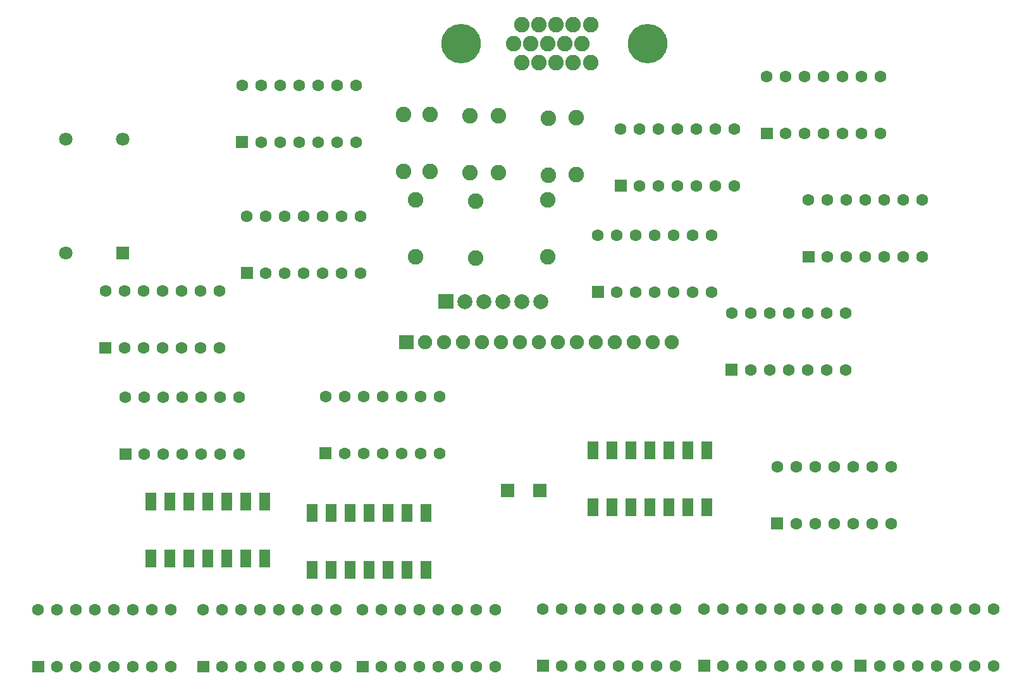
<source format=gts>
G04 Layer: TopSolderMaskLayer*
G04 EasyEDA v6.4.25, 2021-12-08T18:14:58--6:00*
G04 69e83bd8f40a47abaefc3c1f755e5dbc,06444aca9169495d970130cf6b44ba93,10*
G04 Gerber Generator version 0.2*
G04 Scale: 100 percent, Rotated: No, Reflected: No *
G04 Dimensions in inches *
G04 leading zeros omitted , absolute positions ,3 integer and 6 decimal *
%FSLAX36Y36*%
%MOIN*%

%ADD31C,0.0820*%
%ADD32C,0.2080*%
%ADD34C,0.0630*%
%ADD37C,0.0749*%
%ADD38C,0.0789*%
%ADD40R,0.0710X0.0710*%
%ADD41C,0.0710*%

%LPD*%
G36*
X4002200Y-3166999D02*
G01*
X4002200Y-3073099D01*
X4057899Y-3073099D01*
X4057899Y-3166999D01*
G37*
G36*
X4102200Y-3166999D02*
G01*
X4102200Y-3073099D01*
X4157899Y-3073099D01*
X4157899Y-3166999D01*
G37*
G36*
X4202200Y-3166999D02*
G01*
X4202200Y-3073099D01*
X4257900Y-3073099D01*
X4257900Y-3166999D01*
G37*
G36*
X4302200Y-3166999D02*
G01*
X4302200Y-3073099D01*
X4357900Y-3073099D01*
X4357900Y-3166999D01*
G37*
G36*
X4402200Y-3166999D02*
G01*
X4402200Y-3073099D01*
X4457900Y-3073099D01*
X4457900Y-3166999D01*
G37*
G36*
X4502200Y-3166999D02*
G01*
X4502200Y-3073099D01*
X4557900Y-3073099D01*
X4557900Y-3166999D01*
G37*
G36*
X4602200Y-3166999D02*
G01*
X4602200Y-3073099D01*
X4657900Y-3073099D01*
X4657900Y-3166999D01*
G37*
G36*
X4602200Y-2866999D02*
G01*
X4602200Y-2773099D01*
X4657900Y-2773099D01*
X4657900Y-2866999D01*
G37*
G36*
X4502200Y-2866999D02*
G01*
X4502200Y-2773099D01*
X4557900Y-2773099D01*
X4557900Y-2866999D01*
G37*
G36*
X4402200Y-2866999D02*
G01*
X4402200Y-2773099D01*
X4457900Y-2773099D01*
X4457900Y-2866999D01*
G37*
G36*
X4302200Y-2866999D02*
G01*
X4302200Y-2773099D01*
X4357900Y-2773099D01*
X4357900Y-2866999D01*
G37*
G36*
X4202200Y-2866999D02*
G01*
X4202200Y-2773099D01*
X4257900Y-2773099D01*
X4257900Y-2866999D01*
G37*
G36*
X4102200Y-2866999D02*
G01*
X4102200Y-2773099D01*
X4157899Y-2773099D01*
X4157899Y-2866999D01*
G37*
G36*
X4002200Y-2866999D02*
G01*
X4002200Y-2773099D01*
X4057899Y-2773099D01*
X4057899Y-2866999D01*
G37*
D31*
G01*
X3700000Y-675000D03*
G01*
X3790000Y-675000D03*
G01*
X3881000Y-675000D03*
G01*
X3971000Y-675000D03*
G01*
X3655000Y-575000D03*
G01*
X3745000Y-575000D03*
G01*
X3835000Y-575000D03*
G01*
X3925000Y-575000D03*
D32*
G01*
X3333000Y-675000D03*
G01*
X4316999Y-675000D03*
D31*
G01*
X3610000Y-675000D03*
G01*
X4016000Y-575000D03*
G01*
X3655000Y-775000D03*
G01*
X3745000Y-775000D03*
G01*
X3835000Y-775000D03*
G01*
X3925000Y-775000D03*
G01*
X4016000Y-775000D03*
G36*
X4023500Y-2016500D02*
G01*
X4023500Y-1953499D01*
X4086499Y-1953499D01*
X4086499Y-2016500D01*
G37*
D34*
G01*
X4155000Y-1985000D03*
G01*
X4255000Y-1985000D03*
G01*
X4355000Y-1985000D03*
G01*
X4455000Y-1985000D03*
G01*
X4555000Y-1985000D03*
G01*
X4655000Y-1985000D03*
G01*
X4655000Y-1685000D03*
G01*
X4555000Y-1685000D03*
G01*
X4455000Y-1685000D03*
G01*
X4355000Y-1685000D03*
G01*
X4255000Y-1685000D03*
G01*
X4155000Y-1685000D03*
G01*
X4055000Y-1685000D03*
D31*
G01*
X3030000Y-1350000D03*
G01*
X3030000Y-1050000D03*
G01*
X3170000Y-1350000D03*
G01*
X3170000Y-1050000D03*
G01*
X3380000Y-1355000D03*
G01*
X3380000Y-1055000D03*
G01*
X3795000Y-1370000D03*
G01*
X3795000Y-1070000D03*
G01*
X3530000Y-1355000D03*
G01*
X3530000Y-1055000D03*
G01*
X3940000Y-1365000D03*
G01*
X3940000Y-1065000D03*
G36*
X3545000Y-3065000D02*
G01*
X3545000Y-2995000D01*
X3615000Y-2995000D01*
X3615000Y-3065000D01*
G37*
G36*
X3715000Y-3065000D02*
G01*
X3715000Y-2995000D01*
X3785000Y-2995000D01*
X3785000Y-3065000D01*
G37*
G36*
X3007500Y-2287500D02*
G01*
X3007500Y-2212500D01*
X3082500Y-2212500D01*
X3082500Y-2287500D01*
G37*
D37*
G01*
X3145000Y-2250000D03*
G01*
X3245000Y-2250000D03*
G01*
X3345000Y-2250000D03*
G01*
X3445000Y-2250000D03*
G01*
X3545000Y-2250000D03*
G01*
X3645000Y-2250000D03*
G01*
X3745000Y-2250000D03*
G01*
X3845000Y-2250000D03*
G01*
X3945000Y-2250000D03*
G01*
X4045000Y-2250000D03*
G01*
X4145000Y-2250000D03*
G01*
X4245000Y-2250000D03*
G01*
X4345000Y-2250000D03*
G01*
X4445000Y-2250000D03*
D38*
G01*
X3755000Y-2035000D03*
G01*
X3655000Y-2035000D03*
G01*
X3555000Y-2035000D03*
G01*
X3455000Y-2035000D03*
G01*
X3355000Y-2035000D03*
G36*
X3215600Y-2074400D02*
G01*
X3215600Y-1995599D01*
X3294399Y-1995599D01*
X3294399Y-2074400D01*
G37*
D31*
G01*
X3095000Y-1800000D03*
G01*
X3095000Y-1500000D03*
G01*
X3410000Y-1805000D03*
G01*
X3410000Y-1505000D03*
G01*
X3790000Y-1800000D03*
G01*
X3790000Y-1500000D03*
G36*
X1073500Y-3991500D02*
G01*
X1073500Y-3928499D01*
X1136499Y-3928499D01*
X1136499Y-3991500D01*
G37*
D34*
G01*
X1205000Y-3960000D03*
G01*
X1305000Y-3960000D03*
G01*
X1405000Y-3960000D03*
G01*
X1505000Y-3960000D03*
G01*
X1605000Y-3960000D03*
G01*
X1705000Y-3960000D03*
G01*
X1805000Y-3960000D03*
G01*
X1805000Y-3660000D03*
G01*
X1705000Y-3660000D03*
G01*
X1605000Y-3660000D03*
G01*
X1505000Y-3660000D03*
G01*
X1405000Y-3660000D03*
G01*
X1305000Y-3660000D03*
G01*
X1205000Y-3660000D03*
G01*
X1105000Y-3660000D03*
G36*
X1943500Y-3991500D02*
G01*
X1943500Y-3928499D01*
X2006499Y-3928499D01*
X2006499Y-3991500D01*
G37*
G01*
X2075000Y-3960000D03*
G01*
X2175000Y-3960000D03*
G01*
X2275000Y-3960000D03*
G01*
X2375000Y-3960000D03*
G01*
X2475000Y-3960000D03*
G01*
X2575000Y-3960000D03*
G01*
X2675000Y-3960000D03*
G01*
X2675000Y-3660000D03*
G01*
X2575000Y-3660000D03*
G01*
X2475000Y-3660000D03*
G01*
X2375000Y-3660000D03*
G01*
X2275000Y-3660000D03*
G01*
X2175000Y-3660000D03*
G01*
X2075000Y-3660000D03*
G01*
X1975000Y-3660000D03*
G36*
X2783500Y-3991500D02*
G01*
X2783500Y-3928499D01*
X2846499Y-3928499D01*
X2846499Y-3991500D01*
G37*
G01*
X2915000Y-3960000D03*
G01*
X3015000Y-3960000D03*
G01*
X3115000Y-3960000D03*
G01*
X3215000Y-3960000D03*
G01*
X3315000Y-3960000D03*
G01*
X3415000Y-3960000D03*
G01*
X3515000Y-3960000D03*
G01*
X3515000Y-3660000D03*
G01*
X3415000Y-3660000D03*
G01*
X3315000Y-3660000D03*
G01*
X3215000Y-3660000D03*
G01*
X3115000Y-3660000D03*
G01*
X3015000Y-3660000D03*
G01*
X2915000Y-3660000D03*
G01*
X2815000Y-3660000D03*
G36*
X3733500Y-3986500D02*
G01*
X3733500Y-3923499D01*
X3796499Y-3923499D01*
X3796499Y-3986500D01*
G37*
G01*
X3865000Y-3955000D03*
G01*
X3965000Y-3955000D03*
G01*
X4065000Y-3955000D03*
G01*
X4165000Y-3955000D03*
G01*
X4265000Y-3955000D03*
G01*
X4365000Y-3955000D03*
G01*
X4465000Y-3955000D03*
G01*
X4465000Y-3655000D03*
G01*
X4365000Y-3655000D03*
G01*
X4265000Y-3655000D03*
G01*
X4165000Y-3655000D03*
G01*
X4065000Y-3655000D03*
G01*
X3965000Y-3655000D03*
G01*
X3865000Y-3655000D03*
G01*
X3765000Y-3655000D03*
G36*
X4583500Y-3986500D02*
G01*
X4583500Y-3923499D01*
X4646499Y-3923499D01*
X4646499Y-3986500D01*
G37*
G01*
X4715000Y-3955000D03*
G01*
X4815000Y-3955000D03*
G01*
X4915000Y-3955000D03*
G01*
X5015000Y-3955000D03*
G01*
X5115000Y-3955000D03*
G01*
X5215000Y-3955000D03*
G01*
X5315000Y-3955000D03*
G01*
X5315000Y-3655000D03*
G01*
X5215000Y-3655000D03*
G01*
X5115000Y-3655000D03*
G01*
X5015000Y-3655000D03*
G01*
X4915000Y-3655000D03*
G01*
X4815000Y-3655000D03*
G01*
X4715000Y-3655000D03*
G01*
X4615000Y-3655000D03*
G36*
X5408500Y-3986500D02*
G01*
X5408500Y-3923499D01*
X5471499Y-3923499D01*
X5471499Y-3986500D01*
G37*
G01*
X5540000Y-3955000D03*
G01*
X5640000Y-3955000D03*
G01*
X5740000Y-3955000D03*
G01*
X5840000Y-3955000D03*
G01*
X5940000Y-3955000D03*
G01*
X6040000Y-3955000D03*
G01*
X6140000Y-3955000D03*
G01*
X6140000Y-3655000D03*
G01*
X6040000Y-3655000D03*
G01*
X5940000Y-3655000D03*
G01*
X5840000Y-3655000D03*
G01*
X5740000Y-3655000D03*
G01*
X5640000Y-3655000D03*
G01*
X5540000Y-3655000D03*
G01*
X5440000Y-3655000D03*
G36*
X1533500Y-2871500D02*
G01*
X1533500Y-2808499D01*
X1596499Y-2808499D01*
X1596499Y-2871500D01*
G37*
G01*
X1665000Y-2840000D03*
G01*
X1765000Y-2840000D03*
G01*
X1865000Y-2840000D03*
G01*
X1965000Y-2840000D03*
G01*
X2065000Y-2840000D03*
G01*
X2165000Y-2840000D03*
G01*
X2165000Y-2540000D03*
G01*
X2065000Y-2540000D03*
G01*
X1965000Y-2540000D03*
G01*
X1865000Y-2540000D03*
G01*
X1765000Y-2540000D03*
G01*
X1665000Y-2540000D03*
G01*
X1565000Y-2540000D03*
G36*
X1428500Y-2311500D02*
G01*
X1428500Y-2248499D01*
X1491499Y-2248499D01*
X1491499Y-2311500D01*
G37*
G01*
X1560000Y-2280000D03*
G01*
X1660000Y-2280000D03*
G01*
X1760000Y-2280000D03*
G01*
X1860000Y-2280000D03*
G01*
X1960000Y-2280000D03*
G01*
X2060000Y-2280000D03*
G01*
X2060000Y-1980000D03*
G01*
X1960000Y-1980000D03*
G01*
X1860000Y-1980000D03*
G01*
X1760000Y-1980000D03*
G01*
X1660000Y-1980000D03*
G01*
X1560000Y-1980000D03*
G01*
X1460000Y-1980000D03*
G36*
X2148500Y-1226500D02*
G01*
X2148500Y-1163499D01*
X2211499Y-1163499D01*
X2211499Y-1226500D01*
G37*
G01*
X2280000Y-1195000D03*
G01*
X2380000Y-1195000D03*
G01*
X2480000Y-1195000D03*
G01*
X2580000Y-1195000D03*
G01*
X2680000Y-1195000D03*
G01*
X2780000Y-1195000D03*
G01*
X2780000Y-895000D03*
G01*
X2680000Y-895000D03*
G01*
X2580000Y-895000D03*
G01*
X2480000Y-895000D03*
G01*
X2380000Y-895000D03*
G01*
X2280000Y-895000D03*
G01*
X2180000Y-895000D03*
G36*
X2173500Y-1916500D02*
G01*
X2173500Y-1853499D01*
X2236499Y-1853499D01*
X2236499Y-1916500D01*
G37*
G01*
X2305000Y-1885000D03*
G01*
X2405000Y-1885000D03*
G01*
X2505000Y-1885000D03*
G01*
X2605000Y-1885000D03*
G01*
X2705000Y-1885000D03*
G01*
X2805000Y-1885000D03*
G01*
X2805000Y-1585000D03*
G01*
X2705000Y-1585000D03*
G01*
X2605000Y-1585000D03*
G01*
X2505000Y-1585000D03*
G01*
X2405000Y-1585000D03*
G01*
X2305000Y-1585000D03*
G01*
X2205000Y-1585000D03*
G36*
X5133500Y-1831500D02*
G01*
X5133500Y-1768499D01*
X5196499Y-1768499D01*
X5196499Y-1831500D01*
G37*
G01*
X5265000Y-1800000D03*
G01*
X5365000Y-1800000D03*
G01*
X5465000Y-1800000D03*
G01*
X5565000Y-1800000D03*
G01*
X5665000Y-1800000D03*
G01*
X5765000Y-1800000D03*
G01*
X5765000Y-1500000D03*
G01*
X5665000Y-1500000D03*
G01*
X5565000Y-1500000D03*
G01*
X5465000Y-1500000D03*
G01*
X5365000Y-1500000D03*
G01*
X5265000Y-1500000D03*
G01*
X5165000Y-1500000D03*
G36*
X4968500Y-3236500D02*
G01*
X4968500Y-3173499D01*
X5031499Y-3173499D01*
X5031499Y-3236500D01*
G37*
G01*
X5100000Y-3205000D03*
G01*
X5200000Y-3205000D03*
G01*
X5300000Y-3205000D03*
G01*
X5400000Y-3205000D03*
G01*
X5500000Y-3205000D03*
G01*
X5600000Y-3205000D03*
G01*
X5600000Y-2905000D03*
G01*
X5500000Y-2905000D03*
G01*
X5400000Y-2905000D03*
G01*
X5300000Y-2905000D03*
G01*
X5200000Y-2905000D03*
G01*
X5100000Y-2905000D03*
G01*
X5000000Y-2905000D03*
G36*
X4913500Y-1181500D02*
G01*
X4913500Y-1118499D01*
X4976499Y-1118499D01*
X4976499Y-1181500D01*
G37*
G01*
X5045000Y-1150000D03*
G01*
X5145000Y-1150000D03*
G01*
X5245000Y-1150000D03*
G01*
X5345000Y-1150000D03*
G01*
X5445000Y-1150000D03*
G01*
X5545000Y-1150000D03*
G01*
X5545000Y-850000D03*
G01*
X5445000Y-850000D03*
G01*
X5345000Y-850000D03*
G01*
X5245000Y-850000D03*
G01*
X5145000Y-850000D03*
G01*
X5045000Y-850000D03*
G01*
X4945000Y-850000D03*
G36*
X4728500Y-2426500D02*
G01*
X4728500Y-2363499D01*
X4791499Y-2363499D01*
X4791499Y-2426500D01*
G37*
G01*
X4860000Y-2395000D03*
G01*
X4960000Y-2395000D03*
G01*
X5060000Y-2395000D03*
G01*
X5160000Y-2395000D03*
G01*
X5260000Y-2395000D03*
G01*
X5360000Y-2395000D03*
G01*
X5360000Y-2095000D03*
G01*
X5260000Y-2095000D03*
G01*
X5160000Y-2095000D03*
G01*
X5060000Y-2095000D03*
G01*
X4960000Y-2095000D03*
G01*
X4860000Y-2095000D03*
G01*
X4760000Y-2095000D03*
G36*
X2588500Y-2866500D02*
G01*
X2588500Y-2803499D01*
X2651499Y-2803499D01*
X2651499Y-2866500D01*
G37*
G01*
X2720000Y-2835000D03*
G01*
X2820000Y-2835000D03*
G01*
X2920000Y-2835000D03*
G01*
X3020000Y-2835000D03*
G01*
X3120000Y-2835000D03*
G01*
X3220000Y-2835000D03*
G01*
X3220000Y-2535000D03*
G01*
X3120000Y-2535000D03*
G01*
X3020000Y-2535000D03*
G01*
X2920000Y-2535000D03*
G01*
X2820000Y-2535000D03*
G01*
X2720000Y-2535000D03*
G01*
X2620000Y-2535000D03*
G36*
X4143500Y-1456500D02*
G01*
X4143500Y-1393499D01*
X4206499Y-1393499D01*
X4206499Y-1456500D01*
G37*
G01*
X4275000Y-1425000D03*
G01*
X4375000Y-1425000D03*
G01*
X4475000Y-1425000D03*
G01*
X4575000Y-1425000D03*
G01*
X4675000Y-1425000D03*
G01*
X4775000Y-1425000D03*
G01*
X4775000Y-1125000D03*
G01*
X4675000Y-1125000D03*
G01*
X4575000Y-1125000D03*
G01*
X4475000Y-1125000D03*
G01*
X4375000Y-1125000D03*
G01*
X4275000Y-1125000D03*
G01*
X4175000Y-1125000D03*
D40*
G01*
X1550000Y-1780000D03*
D41*
G01*
X1250000Y-1780000D03*
G01*
X1250000Y-1180000D03*
G01*
X1550000Y-1180000D03*
G36*
X2522200Y-3496999D02*
G01*
X2522200Y-3403099D01*
X2577899Y-3403099D01*
X2577899Y-3496999D01*
G37*
G36*
X2622200Y-3496999D02*
G01*
X2622200Y-3403099D01*
X2677899Y-3403099D01*
X2677899Y-3496999D01*
G37*
G36*
X2722200Y-3496999D02*
G01*
X2722200Y-3403099D01*
X2777899Y-3403099D01*
X2777899Y-3496999D01*
G37*
G36*
X2822200Y-3496999D02*
G01*
X2822200Y-3403099D01*
X2877899Y-3403099D01*
X2877899Y-3496999D01*
G37*
G36*
X2922200Y-3496999D02*
G01*
X2922200Y-3403099D01*
X2977899Y-3403099D01*
X2977899Y-3496999D01*
G37*
G36*
X3022200Y-3496999D02*
G01*
X3022200Y-3403099D01*
X3077899Y-3403099D01*
X3077899Y-3496999D01*
G37*
G36*
X3122200Y-3496999D02*
G01*
X3122200Y-3403099D01*
X3177899Y-3403099D01*
X3177899Y-3496999D01*
G37*
G36*
X3122200Y-3196999D02*
G01*
X3122200Y-3103099D01*
X3177899Y-3103099D01*
X3177899Y-3196999D01*
G37*
G36*
X3022200Y-3196999D02*
G01*
X3022200Y-3103099D01*
X3077899Y-3103099D01*
X3077899Y-3196999D01*
G37*
G36*
X2922200Y-3196999D02*
G01*
X2922200Y-3103099D01*
X2977899Y-3103099D01*
X2977899Y-3196999D01*
G37*
G36*
X2822200Y-3196999D02*
G01*
X2822200Y-3103099D01*
X2877899Y-3103099D01*
X2877899Y-3196999D01*
G37*
G36*
X2722200Y-3196999D02*
G01*
X2722200Y-3103099D01*
X2777899Y-3103099D01*
X2777899Y-3196999D01*
G37*
G36*
X2622200Y-3196999D02*
G01*
X2622200Y-3103099D01*
X2677899Y-3103099D01*
X2677899Y-3196999D01*
G37*
G36*
X2522200Y-3196999D02*
G01*
X2522200Y-3103099D01*
X2577899Y-3103099D01*
X2577899Y-3196999D01*
G37*
G36*
X1672200Y-3436999D02*
G01*
X1672200Y-3343099D01*
X1727899Y-3343099D01*
X1727899Y-3436999D01*
G37*
G36*
X1772200Y-3436999D02*
G01*
X1772200Y-3343099D01*
X1827899Y-3343099D01*
X1827899Y-3436999D01*
G37*
G36*
X1872200Y-3436999D02*
G01*
X1872200Y-3343099D01*
X1927899Y-3343099D01*
X1927899Y-3436999D01*
G37*
G36*
X1972200Y-3436999D02*
G01*
X1972200Y-3343099D01*
X2027899Y-3343099D01*
X2027899Y-3436999D01*
G37*
G36*
X2072200Y-3436999D02*
G01*
X2072200Y-3343099D01*
X2127899Y-3343099D01*
X2127899Y-3436999D01*
G37*
G36*
X2172200Y-3436999D02*
G01*
X2172200Y-3343099D01*
X2227899Y-3343099D01*
X2227899Y-3436999D01*
G37*
G36*
X2272200Y-3436999D02*
G01*
X2272200Y-3343099D01*
X2327899Y-3343099D01*
X2327899Y-3436999D01*
G37*
G36*
X2272200Y-3136999D02*
G01*
X2272200Y-3043099D01*
X2327899Y-3043099D01*
X2327899Y-3136999D01*
G37*
G36*
X2172200Y-3136999D02*
G01*
X2172200Y-3043099D01*
X2227899Y-3043099D01*
X2227899Y-3136999D01*
G37*
G36*
X2072200Y-3136999D02*
G01*
X2072200Y-3043099D01*
X2127899Y-3043099D01*
X2127899Y-3136999D01*
G37*
G36*
X1972200Y-3136999D02*
G01*
X1972200Y-3043099D01*
X2027899Y-3043099D01*
X2027899Y-3136999D01*
G37*
G36*
X1872200Y-3136999D02*
G01*
X1872200Y-3043099D01*
X1927899Y-3043099D01*
X1927899Y-3136999D01*
G37*
G36*
X1772200Y-3136999D02*
G01*
X1772200Y-3043099D01*
X1827899Y-3043099D01*
X1827899Y-3136999D01*
G37*
G36*
X1672200Y-3136999D02*
G01*
X1672200Y-3043099D01*
X1727899Y-3043099D01*
X1727899Y-3136999D01*
G37*
M02*

</source>
